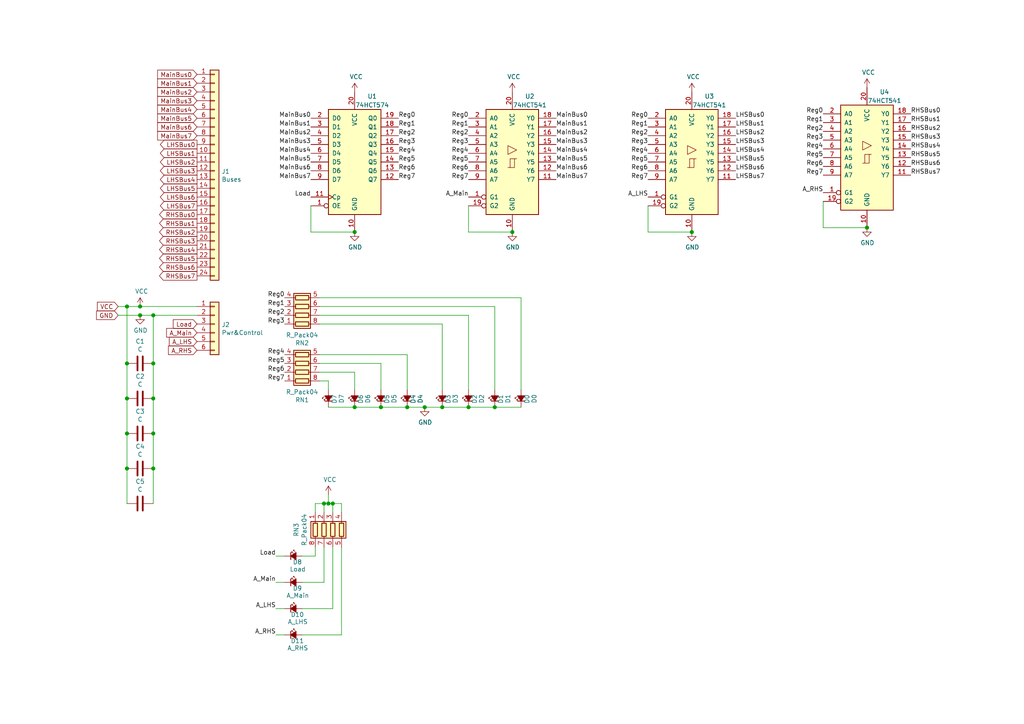
<source format=kicad_sch>
(kicad_sch (version 20200828) (generator eeschema)
  (page 1 1)
  (paper "A4")
  (lib_symbols
    (symbol "74xx:74HCT541" (pin_names (offset 1.016))
      (property "Reference" "U" (at -7.62 16.51 0))
      (property "Value" "74HCT541" (at -7.62 -16.51 0))
      (symbol "74HCT541_1_1"
        (rectangle (start -7.62 15.24) (end 7.62 -15.24) (stroke (width 0.254)) (fill (type background)))
      )
      (symbol "74HCT541_1_0"
        (polyline (pts (xy -0.635 -1.6002) (xy -0.635 0.9398) (xy 0.635 0.9398)))
        (polyline (pts (xy -1.27 -1.6002) (xy 0.635 -1.6002) (xy 0.635 0.9398) (xy 1.27 0.9398)))
        (polyline (pts (xy 1.27 3.4798) (xy -1.27 4.7498) (xy -1.27 2.2098) (xy 1.27 3.4798)) (stroke (width 0.1524)))
        (pin input inverted (at -12.7 -10.16 0) (length 5.08) (name "G1") (number "1"))
        (pin power_in line (at 0 -20.32 90) (length 5.08) (name "GND") (number "10"))
        (pin tri_state line (at 12.7 -5.08 180) (length 5.08) (name "Y7") (number "11"))
        (pin tri_state line (at 12.7 -2.54 180) (length 5.08) (name "Y6") (number "12"))
        (pin tri_state line (at 12.7 0 180) (length 5.08) (name "Y5") (number "13"))
        (pin tri_state line (at 12.7 2.54 180) (length 5.08) (name "Y4") (number "14"))
        (pin tri_state line (at 12.7 5.08 180) (length 5.08) (name "Y3") (number "15"))
        (pin tri_state line (at 12.7 7.62 180) (length 5.08) (name "Y2") (number "16"))
        (pin tri_state line (at 12.7 10.16 180) (length 5.08) (name "Y1") (number "17"))
        (pin tri_state line (at 12.7 12.7 180) (length 5.08) (name "Y0") (number "18"))
        (pin input inverted (at -12.7 -12.7 0) (length 5.08) (name "G2") (number "19"))
        (pin input line (at -12.7 12.7 0) (length 5.08) (name "A0") (number "2"))
        (pin power_in line (at 0 20.32 270) (length 5.08) (name "VCC") (number "20"))
        (pin input line (at -12.7 10.16 0) (length 5.08) (name "A1") (number "3"))
        (pin input line (at -12.7 7.62 0) (length 5.08) (name "A2") (number "4"))
        (pin input line (at -12.7 5.08 0) (length 5.08) (name "A3") (number "5"))
        (pin input line (at -12.7 2.54 0) (length 5.08) (name "A4") (number "6"))
        (pin input line (at -12.7 0 0) (length 5.08) (name "A5") (number "7"))
        (pin input line (at -12.7 -2.54 0) (length 5.08) (name "A6") (number "8"))
        (pin input line (at -12.7 -5.08 0) (length 5.08) (name "A7") (number "9"))
      )
    )
    (symbol "74xx:74HCT574" (pin_names (offset 1.016))
      (property "Reference" "U" (at -7.62 16.51 0))
      (property "Value" "74HCT574" (at -7.62 -16.51 0))
      (symbol "74HCT574_1_1"
        (rectangle (start -7.62 15.24) (end 7.62 -15.24) (stroke (width 0.254)) (fill (type background)))
      )
      (symbol "74HCT574_1_0"
        (pin input inverted (at -12.7 -12.7 0) (length 5.08) (name "OE") (number "1"))
        (pin power_in line (at 0 -20.32 90) (length 5.08) (name "GND") (number "10"))
        (pin input clock (at -12.7 -10.16 0) (length 5.08) (name "Cp") (number "11"))
        (pin tri_state line (at 12.7 -5.08 180) (length 5.08) (name "Q7") (number "12"))
        (pin tri_state line (at 12.7 -2.54 180) (length 5.08) (name "Q6") (number "13"))
        (pin tri_state line (at 12.7 0 180) (length 5.08) (name "Q5") (number "14"))
        (pin tri_state line (at 12.7 2.54 180) (length 5.08) (name "Q4") (number "15"))
        (pin tri_state line (at 12.7 5.08 180) (length 5.08) (name "Q3") (number "16"))
        (pin tri_state line (at 12.7 7.62 180) (length 5.08) (name "Q2") (number "17"))
        (pin tri_state line (at 12.7 10.16 180) (length 5.08) (name "Q1") (number "18"))
        (pin tri_state line (at 12.7 12.7 180) (length 5.08) (name "Q0") (number "19"))
        (pin input line (at -12.7 12.7 0) (length 5.08) (name "D0") (number "2"))
        (pin power_in line (at 0 20.32 270) (length 5.08) (name "VCC") (number "20"))
        (pin input line (at -12.7 10.16 0) (length 5.08) (name "D1") (number "3"))
        (pin input line (at -12.7 7.62 0) (length 5.08) (name "D2") (number "4"))
        (pin input line (at -12.7 5.08 0) (length 5.08) (name "D3") (number "5"))
        (pin input line (at -12.7 2.54 0) (length 5.08) (name "D4") (number "6"))
        (pin input line (at -12.7 0 0) (length 5.08) (name "D5") (number "7"))
        (pin input line (at -12.7 -2.54 0) (length 5.08) (name "D6") (number "8"))
        (pin input line (at -12.7 -5.08 0) (length 5.08) (name "D7") (number "9"))
      )
    )
    (symbol "Connector_Generic:Conn_01x06" (pin_names (offset 1.016) hide)
      (property "Reference" "J" (at 0 7.62 0))
      (property "Value" "Conn_01x06" (at 0 -10.16 0))
      (symbol "Conn_01x06_1_1"
        (rectangle (start -1.27 -4.953) (end 0 -5.207) (stroke (width 0.1524)))
        (rectangle (start -1.27 -7.493) (end 0 -7.747) (stroke (width 0.1524)))
        (rectangle (start -1.27 -2.413) (end 0 -2.667) (stroke (width 0.1524)))
        (rectangle (start -1.27 2.667) (end 0 2.413) (stroke (width 0.1524)))
        (rectangle (start -1.27 5.207) (end 0 4.953) (stroke (width 0.1524)))
        (rectangle (start -1.27 6.35) (end 1.27 -8.89) (stroke (width 0.254)) (fill (type background)))
        (rectangle (start -1.27 0.127) (end 0 -0.127) (stroke (width 0.1524)))
        (pin passive line (at -5.08 5.08 0) (length 3.81) (name "Pin_1") (number "1"))
        (pin passive line (at -5.08 2.54 0) (length 3.81) (name "Pin_2") (number "2"))
        (pin passive line (at -5.08 0 0) (length 3.81) (name "Pin_3") (number "3"))
        (pin passive line (at -5.08 -2.54 0) (length 3.81) (name "Pin_4") (number "4"))
        (pin passive line (at -5.08 -5.08 0) (length 3.81) (name "Pin_5") (number "5"))
        (pin passive line (at -5.08 -7.62 0) (length 3.81) (name "Pin_6") (number "6"))
      )
    )
    (symbol "Connector_Generic:Conn_01x24" (pin_names (offset 1.016) hide)
      (property "Reference" "J" (at 0 30.48 0))
      (property "Value" "Conn_01x24" (at 0 -33.02 0))
      (symbol "Conn_01x24_1_1"
        (rectangle (start -1.27 -27.813) (end 0 -28.067) (stroke (width 0.1524)))
        (rectangle (start -1.27 -30.353) (end 0 -30.607) (stroke (width 0.1524)))
        (rectangle (start -1.27 -4.953) (end 0 -5.207) (stroke (width 0.1524)))
        (rectangle (start -1.27 -7.493) (end 0 -7.747) (stroke (width 0.1524)))
        (rectangle (start -1.27 -10.033) (end 0 -10.287) (stroke (width 0.1524)))
        (rectangle (start -1.27 -12.573) (end 0 -12.827) (stroke (width 0.1524)))
        (rectangle (start -1.27 -15.113) (end 0 -15.367) (stroke (width 0.1524)))
        (rectangle (start -1.27 -17.653) (end 0 -17.907) (stroke (width 0.1524)))
        (rectangle (start -1.27 -20.193) (end 0 -20.447) (stroke (width 0.1524)))
        (rectangle (start -1.27 -22.733) (end 0 -22.987) (stroke (width 0.1524)))
        (rectangle (start -1.27 -2.413) (end 0 -2.667) (stroke (width 0.1524)))
        (rectangle (start -1.27 -25.273) (end 0 -25.527) (stroke (width 0.1524)))
        (rectangle (start -1.27 25.527) (end 0 25.273) (stroke (width 0.1524)))
        (rectangle (start -1.27 2.667) (end 0 2.413) (stroke (width 0.1524)))
        (rectangle (start -1.27 28.067) (end 0 27.813) (stroke (width 0.1524)))
        (rectangle (start -1.27 29.21) (end 1.27 -31.75) (stroke (width 0.254)) (fill (type background)))
        (rectangle (start -1.27 5.207) (end 0 4.953) (stroke (width 0.1524)))
        (rectangle (start -1.27 7.747) (end 0 7.493) (stroke (width 0.1524)))
        (rectangle (start -1.27 10.287) (end 0 10.033) (stroke (width 0.1524)))
        (rectangle (start -1.27 0.127) (end 0 -0.127) (stroke (width 0.1524)))
        (rectangle (start -1.27 12.827) (end 0 12.573) (stroke (width 0.1524)))
        (rectangle (start -1.27 15.367) (end 0 15.113) (stroke (width 0.1524)))
        (rectangle (start -1.27 17.907) (end 0 17.653) (stroke (width 0.1524)))
        (rectangle (start -1.27 20.447) (end 0 20.193) (stroke (width 0.1524)))
        (rectangle (start -1.27 22.987) (end 0 22.733) (stroke (width 0.1524)))
        (pin passive line (at -5.08 27.94 0) (length 3.81) (name "Pin_1") (number "1"))
        (pin passive line (at -5.08 5.08 0) (length 3.81) (name "Pin_10") (number "10"))
        (pin passive line (at -5.08 2.54 0) (length 3.81) (name "Pin_11") (number "11"))
        (pin passive line (at -5.08 0 0) (length 3.81) (name "Pin_12") (number "12"))
        (pin passive line (at -5.08 -2.54 0) (length 3.81) (name "Pin_13") (number "13"))
        (pin passive line (at -5.08 -5.08 0) (length 3.81) (name "Pin_14") (number "14"))
        (pin passive line (at -5.08 -7.62 0) (length 3.81) (name "Pin_15") (number "15"))
        (pin passive line (at -5.08 -10.16 0) (length 3.81) (name "Pin_16") (number "16"))
        (pin passive line (at -5.08 -12.7 0) (length 3.81) (name "Pin_17") (number "17"))
        (pin passive line (at -5.08 -15.24 0) (length 3.81) (name "Pin_18") (number "18"))
        (pin passive line (at -5.08 -17.78 0) (length 3.81) (name "Pin_19") (number "19"))
        (pin passive line (at -5.08 25.4 0) (length 3.81) (name "Pin_2") (number "2"))
        (pin passive line (at -5.08 -20.32 0) (length 3.81) (name "Pin_20") (number "20"))
        (pin passive line (at -5.08 -22.86 0) (length 3.81) (name "Pin_21") (number "21"))
        (pin passive line (at -5.08 -25.4 0) (length 3.81) (name "Pin_22") (number "22"))
        (pin passive line (at -5.08 -27.94 0) (length 3.81) (name "Pin_23") (number "23"))
        (pin passive line (at -5.08 -30.48 0) (length 3.81) (name "Pin_24") (number "24"))
        (pin passive line (at -5.08 22.86 0) (length 3.81) (name "Pin_3") (number "3"))
        (pin passive line (at -5.08 20.32 0) (length 3.81) (name "Pin_4") (number "4"))
        (pin passive line (at -5.08 17.78 0) (length 3.81) (name "Pin_5") (number "5"))
        (pin passive line (at -5.08 15.24 0) (length 3.81) (name "Pin_6") (number "6"))
        (pin passive line (at -5.08 12.7 0) (length 3.81) (name "Pin_7") (number "7"))
        (pin passive line (at -5.08 10.16 0) (length 3.81) (name "Pin_8") (number "8"))
        (pin passive line (at -5.08 7.62 0) (length 3.81) (name "Pin_9") (number "9"))
      )
    )
    (symbol "Device:C" (pin_numbers hide) (pin_names (offset 0.254))
      (property "Reference" "C" (at 0.635 2.54 0))
      (property "Value" "C" (at 0.635 -2.54 0))
      (symbol "C_0_1"
        (polyline (pts (xy -2.032 -0.762) (xy 2.032 -0.762)) (stroke (width 0.508)))
        (polyline (pts (xy -2.032 0.762) (xy 2.032 0.762)) (stroke (width 0.508)))
      )
      (symbol "C_1_1"
        (pin passive line (at 0 3.81 270) (length 2.794) (name "~") (number "1"))
        (pin passive line (at 0 -3.81 90) (length 2.794) (name "~") (number "2"))
      )
    )
    (symbol "Device:LED_Small_ALT" (pin_numbers hide) (pin_names (offset 0.254) hide)
      (property "Reference" "D" (at -1.27 3.175 0))
      (property "Value" "LED_Small_ALT" (at -4.445 -2.54 0))
      (symbol "LED_Small_ALT_0_1"
        (polyline (pts (xy -0.762 -1.016) (xy -0.762 1.016)) (stroke (width 0.254)))
        (polyline (pts (xy 1.016 0) (xy -0.762 0)))
        (polyline (pts (xy 0.762 -1.016) (xy -0.762 0) (xy 0.762 1.016) (xy 0.762 -1.016)) (stroke (width 0.254)) (fill (type outline)))
        (polyline (pts (xy 0 0.762) (xy -0.508 1.27) (xy -0.254 1.27) (xy -0.508 1.27) (xy -0.508 1.016)))
        (polyline (pts (xy 0.508 1.27) (xy 0 1.778) (xy 0.254 1.778) (xy 0 1.778) (xy 0 1.524)))
      )
      (symbol "LED_Small_ALT_1_1"
        (pin passive line (at -2.54 0 0) (length 1.778) (name "K") (number "1"))
        (pin passive line (at 2.54 0 180) (length 1.778) (name "A") (number "2"))
      )
    )
    (symbol "Device:R_Pack04" (pin_names (offset 0) hide)
      (property "Reference" "RN" (at -7.62 0 90))
      (property "Value" "R_Pack04" (at 5.08 0 90))
      (symbol "R_Pack04_0_1"
        (rectangle (start -6.35 -2.413) (end 3.81 2.413) (stroke (width 0.254)) (fill (type background)))
        (rectangle (start -5.715 1.905) (end -4.445 -1.905) (stroke (width 0.254)))
        (rectangle (start -3.175 1.905) (end -1.905 -1.905) (stroke (width 0.254)))
        (rectangle (start -0.635 1.905) (end 0.635 -1.905) (stroke (width 0.254)))
        (rectangle (start 1.905 1.905) (end 3.175 -1.905) (stroke (width 0.254)))
        (polyline (pts (xy -5.08 -2.54) (xy -5.08 -1.905)))
        (polyline (pts (xy -5.08 1.905) (xy -5.08 2.54)))
        (polyline (pts (xy -2.54 -2.54) (xy -2.54 -1.905)))
        (polyline (pts (xy -2.54 1.905) (xy -2.54 2.54)))
        (polyline (pts (xy 0 -2.54) (xy 0 -1.905)))
        (polyline (pts (xy 0 1.905) (xy 0 2.54)))
        (polyline (pts (xy 2.54 -2.54) (xy 2.54 -1.905)))
        (polyline (pts (xy 2.54 1.905) (xy 2.54 2.54)))
      )
      (symbol "R_Pack04_1_1"
        (pin passive line (at -5.08 -5.08 90) (length 2.54) (name "R1.1") (number "1"))
        (pin passive line (at -2.54 -5.08 90) (length 2.54) (name "R2.1") (number "2"))
        (pin passive line (at 0 -5.08 90) (length 2.54) (name "R3.1") (number "3"))
        (pin passive line (at 2.54 -5.08 90) (length 2.54) (name "R4.1") (number "4"))
        (pin passive line (at 2.54 5.08 270) (length 2.54) (name "R4.2") (number "5"))
        (pin passive line (at 0 5.08 270) (length 2.54) (name "R3.2") (number "6"))
        (pin passive line (at -2.54 5.08 270) (length 2.54) (name "R2.2") (number "7"))
        (pin passive line (at -5.08 5.08 270) (length 2.54) (name "R1.2") (number "8"))
      )
    )
    (symbol "power:GND" (power) (pin_names (offset 0))
      (property "Value" "GND" (at 0 -3.81 0))
      (symbol "GND_0_1"
        (polyline (pts (xy 0 0) (xy 0 -1.27) (xy 1.27 -1.27) (xy 0 -2.54) (xy -1.27 -1.27) (xy 0 -1.27)))
      )
      (symbol "GND_1_1"
        (pin power_in line (at 0 0 270) (length 0) hide (name "GND") (number "1"))
      )
    )
    (symbol "power:VCC" (power) (pin_names (offset 0))
      (property "Value" "VCC" (at 0 3.81 0))
      (symbol "VCC_0_1"
        (polyline (pts (xy -0.762 1.27) (xy 0 2.54)))
        (polyline (pts (xy 0 0) (xy 0 2.54)))
        (polyline (pts (xy 0 2.54) (xy 0.762 1.27)))
      )
      (symbol "VCC_1_1"
        (pin power_in line (at 0 0 90) (length 0) hide (name "VCC") (number "1"))
      )
    )
  )
  (junction (at 36.83 88.9) (diameter 1.016))
  (junction (at 36.83 105.41) (diameter 1.016))
  (junction (at 36.83 115.57) (diameter 1.016))
  (junction (at 36.83 125.73) (diameter 1.016))
  (junction (at 36.83 135.89) (diameter 1.016))
  (junction (at 40.64 88.9) (diameter 1.016))
  (junction (at 40.64 91.44) (diameter 1.016))
  (junction (at 44.45 91.44) (diameter 1.016))
  (junction (at 44.45 105.41) (diameter 1.016))
  (junction (at 44.45 115.57) (diameter 1.016))
  (junction (at 44.45 125.73) (diameter 1.016))
  (junction (at 44.45 135.89) (diameter 1.016))
  (junction (at 93.98 146.05) (diameter 1.016))
  (junction (at 95.25 146.05) (diameter 1.016))
  (junction (at 96.52 146.05) (diameter 1.016))
  (junction (at 102.87 67.31) (diameter 1.016))
  (junction (at 102.87 118.11) (diameter 1.016))
  (junction (at 110.49 118.11) (diameter 1.016))
  (junction (at 118.11 118.11) (diameter 1.016))
  (junction (at 123.19 118.11) (diameter 1.016))
  (junction (at 128.27 118.11) (diameter 1.016))
  (junction (at 135.89 118.11) (diameter 1.016))
  (junction (at 143.51 118.11) (diameter 1.016))
  (junction (at 148.59 67.31) (diameter 1.016))
  (junction (at 200.66 67.31) (diameter 1.016))
  (junction (at 251.46 66.04) (diameter 1.016))
  (wire (pts (xy 34.29 88.9) (xy 36.83 88.9)))
  (wire (pts (xy 34.29 91.44) (xy 40.64 91.44)))
  (wire (pts (xy 36.83 88.9) (xy 36.83 105.41)))
  (wire (pts (xy 36.83 88.9) (xy 40.64 88.9)))
  (wire (pts (xy 36.83 105.41) (xy 36.83 115.57)))
  (wire (pts (xy 36.83 115.57) (xy 36.83 125.73)))
  (wire (pts (xy 36.83 125.73) (xy 36.83 135.89)))
  (wire (pts (xy 36.83 135.89) (xy 36.83 146.05)))
  (wire (pts (xy 40.64 88.9) (xy 57.15 88.9)))
  (wire (pts (xy 40.64 91.44) (xy 44.45 91.44)))
  (wire (pts (xy 44.45 91.44) (xy 44.45 105.41)))
  (wire (pts (xy 44.45 105.41) (xy 44.45 115.57)))
  (wire (pts (xy 44.45 115.57) (xy 44.45 125.73)))
  (wire (pts (xy 44.45 125.73) (xy 44.45 135.89)))
  (wire (pts (xy 44.45 135.89) (xy 44.45 146.05)))
  (wire (pts (xy 57.15 91.44) (xy 44.45 91.44)))
  (wire (pts (xy 80.01 161.29) (xy 82.55 161.29)))
  (wire (pts (xy 80.01 168.91) (xy 82.55 168.91)))
  (wire (pts (xy 80.01 176.53) (xy 82.55 176.53)))
  (wire (pts (xy 80.01 184.15) (xy 82.55 184.15)))
  (wire (pts (xy 90.17 59.69) (xy 90.17 67.31)))
  (wire (pts (xy 90.17 67.31) (xy 102.87 67.31)))
  (wire (pts (xy 91.44 146.05) (xy 93.98 146.05)))
  (wire (pts (xy 91.44 148.59) (xy 91.44 146.05)))
  (wire (pts (xy 91.44 158.75) (xy 91.44 161.29)))
  (wire (pts (xy 91.44 161.29) (xy 87.63 161.29)))
  (wire (pts (xy 92.71 86.36) (xy 151.13 86.36)))
  (wire (pts (xy 92.71 88.9) (xy 143.51 88.9)))
  (wire (pts (xy 92.71 91.44) (xy 135.89 91.44)))
  (wire (pts (xy 92.71 93.98) (xy 128.27 93.98)))
  (wire (pts (xy 92.71 102.87) (xy 118.11 102.87)))
  (wire (pts (xy 92.71 105.41) (xy 110.49 105.41)))
  (wire (pts (xy 92.71 107.95) (xy 102.87 107.95)))
  (wire (pts (xy 92.71 110.49) (xy 95.25 110.49)))
  (wire (pts (xy 93.98 146.05) (xy 93.98 148.59)))
  (wire (pts (xy 93.98 146.05) (xy 95.25 146.05)))
  (wire (pts (xy 93.98 158.75) (xy 93.98 168.91)))
  (wire (pts (xy 93.98 168.91) (xy 87.63 168.91)))
  (wire (pts (xy 95.25 110.49) (xy 95.25 113.03)))
  (wire (pts (xy 95.25 118.11) (xy 102.87 118.11)))
  (wire (pts (xy 95.25 146.05) (xy 95.25 143.51)))
  (wire (pts (xy 95.25 146.05) (xy 96.52 146.05)))
  (wire (pts (xy 96.52 146.05) (xy 96.52 148.59)))
  (wire (pts (xy 96.52 146.05) (xy 99.06 146.05)))
  (wire (pts (xy 96.52 158.75) (xy 96.52 176.53)))
  (wire (pts (xy 96.52 176.53) (xy 87.63 176.53)))
  (wire (pts (xy 99.06 146.05) (xy 99.06 148.59)))
  (wire (pts (xy 99.06 158.75) (xy 99.06 184.15)))
  (wire (pts (xy 99.06 184.15) (xy 87.63 184.15)))
  (wire (pts (xy 102.87 107.95) (xy 102.87 113.03)))
  (wire (pts (xy 102.87 118.11) (xy 110.49 118.11)))
  (wire (pts (xy 110.49 105.41) (xy 110.49 113.03)))
  (wire (pts (xy 110.49 118.11) (xy 118.11 118.11)))
  (wire (pts (xy 118.11 102.87) (xy 118.11 113.03)))
  (wire (pts (xy 118.11 118.11) (xy 123.19 118.11)))
  (wire (pts (xy 123.19 118.11) (xy 128.27 118.11)))
  (wire (pts (xy 128.27 93.98) (xy 128.27 113.03)))
  (wire (pts (xy 128.27 118.11) (xy 135.89 118.11)))
  (wire (pts (xy 135.89 59.69) (xy 135.89 67.31)))
  (wire (pts (xy 135.89 67.31) (xy 148.59 67.31)))
  (wire (pts (xy 135.89 91.44) (xy 135.89 113.03)))
  (wire (pts (xy 135.89 118.11) (xy 143.51 118.11)))
  (wire (pts (xy 143.51 88.9) (xy 143.51 113.03)))
  (wire (pts (xy 143.51 118.11) (xy 151.13 118.11)))
  (wire (pts (xy 151.13 86.36) (xy 151.13 113.03)))
  (wire (pts (xy 187.96 59.69) (xy 187.96 67.31)))
  (wire (pts (xy 187.96 67.31) (xy 200.66 67.31)))
  (wire (pts (xy 238.76 58.42) (xy 238.76 66.04)))
  (wire (pts (xy 238.76 66.04) (xy 251.46 66.04)))
  (label "Load" (at 80.01 161.29 180))
  (label "A_Main" (at 80.01 168.91 180))
  (label "A_LHS" (at 80.01 176.53 180))
  (label "A_RHS" (at 80.01 184.15 180))
  (label "Reg0" (at 82.55 86.36 180))
  (label "Reg1" (at 82.55 88.9 180))
  (label "Reg2" (at 82.55 91.44 180))
  (label "Reg3" (at 82.55 93.98 180))
  (label "Reg4" (at 82.55 102.87 180))
  (label "Reg5" (at 82.55 105.41 180))
  (label "Reg6" (at 82.55 107.95 180))
  (label "Reg7" (at 82.55 110.49 180))
  (label "MainBus0" (at 90.17 34.29 180))
  (label "MainBus1" (at 90.17 36.83 180))
  (label "MainBus2" (at 90.17 39.37 180))
  (label "MainBus3" (at 90.17 41.91 180))
  (label "MainBus4" (at 90.17 44.45 180))
  (label "MainBus5" (at 90.17 46.99 180))
  (label "MainBus6" (at 90.17 49.53 180))
  (label "MainBus7" (at 90.17 52.07 180))
  (label "Load" (at 90.17 57.15 180))
  (label "Reg0" (at 115.57 34.29 0))
  (label "Reg1" (at 115.57 36.83 0))
  (label "Reg2" (at 115.57 39.37 0))
  (label "Reg3" (at 115.57 41.91 0))
  (label "Reg4" (at 115.57 44.45 0))
  (label "Reg5" (at 115.57 46.99 0))
  (label "Reg6" (at 115.57 49.53 0))
  (label "Reg7" (at 115.57 52.07 0))
  (label "Reg0" (at 135.89 34.29 180))
  (label "Reg1" (at 135.89 36.83 180))
  (label "Reg2" (at 135.89 39.37 180))
  (label "Reg3" (at 135.89 41.91 180))
  (label "Reg4" (at 135.89 44.45 180))
  (label "Reg5" (at 135.89 46.99 180))
  (label "Reg6" (at 135.89 49.53 180))
  (label "Reg7" (at 135.89 52.07 180))
  (label "A_Main" (at 135.89 57.15 180))
  (label "MainBus0" (at 161.29 34.29 0))
  (label "MainBus1" (at 161.29 36.83 0))
  (label "MainBus2" (at 161.29 39.37 0))
  (label "MainBus3" (at 161.29 41.91 0))
  (label "MainBus4" (at 161.29 44.45 0))
  (label "MainBus5" (at 161.29 46.99 0))
  (label "MainBus6" (at 161.29 49.53 0))
  (label "MainBus7" (at 161.29 52.07 0))
  (label "Reg0" (at 187.96 34.29 180))
  (label "Reg1" (at 187.96 36.83 180))
  (label "Reg2" (at 187.96 39.37 180))
  (label "Reg3" (at 187.96 41.91 180))
  (label "Reg4" (at 187.96 44.45 180))
  (label "Reg5" (at 187.96 46.99 180))
  (label "Reg6" (at 187.96 49.53 180))
  (label "Reg7" (at 187.96 52.07 180))
  (label "A_LHS" (at 187.96 57.15 180))
  (label "LHSBus0" (at 213.36 34.29 0))
  (label "LHSBus1" (at 213.36 36.83 0))
  (label "LHSBus2" (at 213.36 39.37 0))
  (label "LHSBus3" (at 213.36 41.91 0))
  (label "LHSBus4" (at 213.36 44.45 0))
  (label "LHSBus5" (at 213.36 46.99 0))
  (label "LHSBus6" (at 213.36 49.53 0))
  (label "LHSBus7" (at 213.36 52.07 0))
  (label "Reg0" (at 238.76 33.02 180))
  (label "Reg1" (at 238.76 35.56 180))
  (label "Reg2" (at 238.76 38.1 180))
  (label "Reg3" (at 238.76 40.64 180))
  (label "Reg4" (at 238.76 43.18 180))
  (label "Reg5" (at 238.76 45.72 180))
  (label "Reg6" (at 238.76 48.26 180))
  (label "Reg7" (at 238.76 50.8 180))
  (label "A_RHS" (at 238.76 55.88 180))
  (label "RHSBus0" (at 264.16 33.02 0))
  (label "RHSBus1" (at 264.16 35.56 0))
  (label "RHSBus2" (at 264.16 38.1 0))
  (label "RHSBus3" (at 264.16 40.64 0))
  (label "RHSBus4" (at 264.16 43.18 0))
  (label "RHSBus5" (at 264.16 45.72 0))
  (label "RHSBus6" (at 264.16 48.26 0))
  (label "RHSBus7" (at 264.16 50.8 0))
  (global_label "VCC" (shape input) (at 34.29 88.9 180))
  (global_label "GND" (shape input) (at 34.29 91.44 180))
  (global_label "MainBus0" (shape input) (at 57.15 21.59 180))
  (global_label "MainBus1" (shape input) (at 57.15 24.13 180))
  (global_label "MainBus2" (shape input) (at 57.15 26.67 180))
  (global_label "MainBus3" (shape input) (at 57.15 29.21 180))
  (global_label "MainBus4" (shape input) (at 57.15 31.75 180))
  (global_label "MainBus5" (shape input) (at 57.15 34.29 180))
  (global_label "MainBus6" (shape input) (at 57.15 36.83 180))
  (global_label "MainBus7" (shape input) (at 57.15 39.37 180))
  (global_label "LHSBus0" (shape output) (at 57.15 41.91 180))
  (global_label "LHSBus1" (shape output) (at 57.15 44.45 180))
  (global_label "LHSBus2" (shape output) (at 57.15 46.99 180))
  (global_label "LHSBus3" (shape output) (at 57.15 49.53 180))
  (global_label "LHSBus4" (shape output) (at 57.15 52.07 180))
  (global_label "LHSBus5" (shape output) (at 57.15 54.61 180))
  (global_label "LHSBus6" (shape output) (at 57.15 57.15 180))
  (global_label "LHSBus7" (shape output) (at 57.15 59.69 180))
  (global_label "RHSBus0" (shape output) (at 57.15 62.23 180))
  (global_label "RHSBus1" (shape output) (at 57.15 64.77 180))
  (global_label "RHSBus2" (shape output) (at 57.15 67.31 180))
  (global_label "RHSBus3" (shape output) (at 57.15 69.85 180))
  (global_label "RHSBus4" (shape output) (at 57.15 72.39 180))
  (global_label "RHSBus5" (shape output) (at 57.15 74.93 180))
  (global_label "RHSBus6" (shape output) (at 57.15 77.47 180))
  (global_label "RHSBus7" (shape output) (at 57.15 80.01 180))
  (global_label "Load" (shape input) (at 57.15 93.98 180))
  (global_label "A_Main" (shape input) (at 57.15 96.52 180))
  (global_label "A_LHS" (shape input) (at 57.15 99.06 180))
  (global_label "A_RHS" (shape input) (at 57.15 101.6 180))
  (symbol (lib_id "power:VCC") (at 40.64 88.9 0) (unit 1)
    (property "Reference" "#PWR0101" (effects hide))
    (property "Value" "VCC" (at 41.0718 84.5058 0))
  )
  (symbol (lib_id "power:VCC") (at 95.25 143.51 0) (unit 1)
    (property "Reference" "#PWR0112" (effects hide))
    (property "Value" "VCC" (at 95.6818 139.1158 0))
  )
  (symbol (lib_id "power:VCC") (at 102.87 26.67 0) (unit 1)
    (property "Reference" "#PWR0103" (effects hide))
    (property "Value" "VCC" (at 103.3018 22.2758 0))
  )
  (symbol (lib_id "power:VCC") (at 148.59 26.67 0) (unit 1)
    (property "Reference" "#PWR0105" (effects hide))
    (property "Value" "VCC" (at 149.0218 22.2758 0))
  )
  (symbol (lib_id "power:VCC") (at 200.66 26.67 0) (unit 1)
    (property "Reference" "#PWR0107" (effects hide))
    (property "Value" "VCC" (at 201.0918 22.2758 0))
  )
  (symbol (lib_id "power:VCC") (at 251.46 25.4 0) (unit 1)
    (property "Reference" "#PWR0109" (effects hide))
    (property "Value" "VCC" (at 251.8918 21.0058 0))
  )
  (symbol (lib_id "power:GND") (at 40.64 91.44 0) (unit 1)
    (property "Reference" "#PWR0102" (effects hide))
    (property "Value" "GND" (at 40.767 95.8342 0))
  )
  (symbol (lib_id "power:GND") (at 102.87 67.31 0) (unit 1)
    (property "Reference" "#PWR0104" (effects hide))
    (property "Value" "GND" (at 102.997 71.7042 0))
  )
  (symbol (lib_id "power:GND") (at 123.19 118.11 0) (unit 1)
    (property "Reference" "#PWR0111" (effects hide))
    (property "Value" "GND" (at 123.317 122.5042 0))
  )
  (symbol (lib_id "power:GND") (at 148.59 67.31 0) (unit 1)
    (property "Reference" "#PWR0106" (effects hide))
    (property "Value" "GND" (at 148.717 71.7042 0))
  )
  (symbol (lib_id "power:GND") (at 200.66 67.31 0) (unit 1)
    (property "Reference" "#PWR0108" (effects hide))
    (property "Value" "GND" (at 200.787 71.7042 0))
  )
  (symbol (lib_id "power:GND") (at 251.46 66.04 0) (unit 1)
    (property "Reference" "#PWR0110" (effects hide))
    (property "Value" "GND" (at 251.587 70.4342 0))
  )
  (symbol (lib_id "Device:LED_Small_ALT") (at 85.09 161.29 0) (unit 1)
    (property "Reference" "D8" (at 86.2584 163.0172 0))
    (property "Value" "Load" (at 86.36 165.1 0))
    (property "Footprint" "LED_SMD:LED_1206_3216Metric" (effects hide))
  )
  (symbol (lib_id "Device:LED_Small_ALT") (at 85.09 168.91 0) (unit 1)
    (property "Reference" "D9" (at 86.2584 170.6372 0))
    (property "Value" "A_Main" (at 86.36 172.72 0))
    (property "Footprint" "LED_SMD:LED_1206_3216Metric" (effects hide))
  )
  (symbol (lib_id "Device:LED_Small_ALT") (at 85.09 176.53 0) (unit 1)
    (property "Reference" "D10" (at 86.2584 178.2572 0))
    (property "Value" "A_LHS" (at 86.36 180.34 0))
    (property "Footprint" "LED_SMD:LED_1206_3216Metric" (effects hide))
  )
  (symbol (lib_id "Device:LED_Small_ALT") (at 85.09 184.15 0) (unit 1)
    (property "Reference" "D11" (at 86.2584 185.8772 0))
    (property "Value" "A_RHS" (at 86.36 187.96 0))
    (property "Footprint" "LED_SMD:LED_1206_3216Metric" (effects hide))
  )
  (symbol (lib_id "Device:LED_Small_ALT") (at 95.25 115.57 90) (unit 1)
    (property "Reference" "D7" (at 96.9772 114.4016 0) (effects (justify right)))
    (property "Value" "D7" (at 99.06 114.3 0) (effects (justify right)))
    (property "Footprint" "LED_SMD:LED_1206_3216Metric" (effects hide))
  )
  (symbol (lib_id "Device:LED_Small_ALT") (at 102.87 115.57 90) (unit 1)
    (property "Reference" "D6" (at 104.5972 114.4016 0) (effects (justify right)))
    (property "Value" "D6" (at 106.68 114.3 0) (effects (justify right)))
    (property "Footprint" "LED_SMD:LED_1206_3216Metric" (effects hide))
  )
  (symbol (lib_id "Device:LED_Small_ALT") (at 110.49 115.57 90) (unit 1)
    (property "Reference" "D5" (at 112.2172 114.4016 0) (effects (justify right)))
    (property "Value" "D5" (at 114.3 114.3 0) (effects (justify right)))
    (property "Footprint" "LED_SMD:LED_1206_3216Metric" (effects hide))
  )
  (symbol (lib_id "Device:LED_Small_ALT") (at 118.11 115.57 90) (unit 1)
    (property "Reference" "D4" (at 119.8372 114.4016 0) (effects (justify right)))
    (property "Value" "D4" (at 121.92 114.3 0) (effects (justify right)))
    (property "Footprint" "LED_SMD:LED_1206_3216Metric" (effects hide))
  )
  (symbol (lib_id "Device:LED_Small_ALT") (at 128.27 115.57 90) (unit 1)
    (property "Reference" "D3" (at 129.9972 114.4016 0) (effects (justify right)))
    (property "Value" "D3" (at 132.08 114.3 0) (effects (justify right)))
    (property "Footprint" "LED_SMD:LED_1206_3216Metric" (effects hide))
  )
  (symbol (lib_id "Device:LED_Small_ALT") (at 135.89 115.57 90) (unit 1)
    (property "Reference" "D2" (at 137.6172 114.4016 0) (effects (justify right)))
    (property "Value" "D2" (at 139.7 114.3 0) (effects (justify right)))
    (property "Footprint" "LED_SMD:LED_1206_3216Metric" (effects hide))
  )
  (symbol (lib_id "Device:LED_Small_ALT") (at 143.51 115.57 90) (unit 1)
    (property "Reference" "D1" (at 145.2372 114.4016 0) (effects (justify right)))
    (property "Value" "D1" (at 147.32 114.3 0) (effects (justify right)))
    (property "Footprint" "LED_SMD:LED_1206_3216Metric" (effects hide))
  )
  (symbol (lib_id "Device:LED_Small_ALT") (at 151.13 115.57 90) (unit 1)
    (property "Reference" "D0" (at 152.8572 114.4016 0) (effects (justify right)))
    (property "Value" "D0" (at 154.94 114.3 0) (effects (justify right)))
    (property "Footprint" "LED_SMD:LED_1206_3216Metric" (effects hide))
  )
  (symbol (lib_id "Device:C") (at 40.64 105.41 270) (unit 1)
    (property "Reference" "C1" (at 40.64 99.0092 90))
    (property "Value" "C" (at 40.64 101.3206 90))
    (property "Footprint" "Capacitor_SMD:C_1206_3216Metric" (effects hide))
  )
  (symbol (lib_id "Device:C") (at 40.64 115.57 270) (unit 1)
    (property "Reference" "C2" (at 40.64 109.1692 90))
    (property "Value" "C" (at 40.64 111.4806 90))
    (property "Footprint" "Capacitor_SMD:C_1206_3216Metric" (effects hide))
  )
  (symbol (lib_id "Device:C") (at 40.64 125.73 270) (unit 1)
    (property "Reference" "C3" (at 40.64 119.3292 90))
    (property "Value" "C" (at 40.64 121.6406 90))
    (property "Footprint" "Capacitor_SMD:C_1206_3216Metric" (effects hide))
  )
  (symbol (lib_id "Device:C") (at 40.64 135.89 270) (unit 1)
    (property "Reference" "C4" (at 40.64 129.4892 90))
    (property "Value" "C" (at 40.64 131.8006 90))
    (property "Footprint" "Capacitor_SMD:C_1206_3216Metric" (effects hide))
  )
  (symbol (lib_id "Device:C") (at 40.64 146.05 270) (unit 1)
    (property "Reference" "C5" (at 40.64 139.6492 90))
    (property "Value" "C" (at 40.64 141.9606 90))
    (property "Footprint" "Capacitor_SMD:C_1206_3216Metric" (effects hide))
  )
  (symbol (lib_id "Connector_Generic:Conn_01x06") (at 62.23 93.98 0) (unit 1)
    (property "Reference" "J2" (at 64.262 94.1832 0) (effects (justify left)))
    (property "Value" "Pwr&Control" (at 64.262 96.4946 0) (effects (justify left)))
    (property "Footprint" "Connector_PinHeader_2.54mm:PinHeader_1x06_P2.54mm_Vertical" (effects hide))
  )
  (symbol (lib_id "Device:R_Pack04") (at 87.63 88.9 270) (mirror x) (unit 1)
    (property "Reference" "RN2" (at 87.63 99.4918 90))
    (property "Value" "R_Pack04" (at 87.63 97.1804 90))
    (property "Footprint" "Resistor_SMD:R_Array_Convex_4x1206" (effects hide))
  )
  (symbol (lib_id "Device:R_Pack04") (at 87.63 105.41 270) (mirror x) (unit 1)
    (property "Reference" "RN1" (at 87.63 116.0018 90))
    (property "Value" "R_Pack04" (at 87.63 113.6904 90))
    (property "Footprint" "Resistor_SMD:R_Array_Convex_4x1206" (effects hide))
  )
  (symbol (lib_id "Device:R_Pack04") (at 96.52 153.67 0) (mirror x) (unit 1)
    (property "Reference" "RN3" (at 85.9282 153.67 90))
    (property "Value" "R_Pack04" (at 88.2396 153.67 90))
    (property "Footprint" "Resistor_SMD:R_Array_Convex_4x1206" (effects hide))
  )
  (symbol (lib_id "Connector_Generic:Conn_01x24") (at 62.23 49.53 0) (unit 1)
    (property "Reference" "J1" (at 64.262 49.7332 0) (effects (justify left)))
    (property "Value" "Buses" (at 64.262 52.0446 0) (effects (justify left)))
    (property "Footprint" "Connector_PinHeader_2.54mm:PinHeader_1x24_P2.54mm_Vertical" (effects hide))
  )
  (symbol (lib_id "74xx:74HCT574") (at 102.87 46.99 0) (unit 1)
    (property "Reference" "U1" (at 107.95 27.94 0))
    (property "Value" "74HCT574" (at 107.95 30.48 0))
    (property "Footprint" "Package_SO:SOIC-20W_7.5x12.8mm_P1.27mm" (effects hide))
    (property "Datasheet" "http://www.ti.com/lit/gpn/sn74HCT574" (effects hide))
  )
  (symbol (lib_id "74xx:74HCT541") (at 148.59 46.99 0) (unit 1)
    (property "Reference" "U2" (at 153.67 27.94 0))
    (property "Value" "74HCT541" (at 153.67 30.48 0))
    (property "Footprint" "Package_SO:SOIC-20W_7.5x12.8mm_P1.27mm" (effects hide))
    (property "Datasheet" "http://www.ti.com/lit/gpn/sn74HCT541" (effects hide))
  )
  (symbol (lib_id "74xx:74HCT541") (at 200.66 46.99 0) (unit 1)
    (property "Reference" "U3" (at 205.74 27.94 0))
    (property "Value" "74HCT541" (at 205.74 30.48 0))
    (property "Footprint" "Package_SO:SOIC-20W_7.5x12.8mm_P1.27mm" (effects hide))
    (property "Datasheet" "http://www.ti.com/lit/gpn/sn74HCT541" (effects hide))
  )
  (symbol (lib_id "74xx:74HCT541") (at 251.46 45.72 0) (unit 1)
    (property "Reference" "U4" (at 256.54 26.67 0))
    (property "Value" "74HCT541" (at 256.54 29.21 0))
    (property "Footprint" "Package_SO:SOIC-20W_7.5x12.8mm_P1.27mm" (effects hide))
    (property "Datasheet" "http://www.ti.com/lit/gpn/sn74HCT541" (effects hide))
  )
)
</source>
